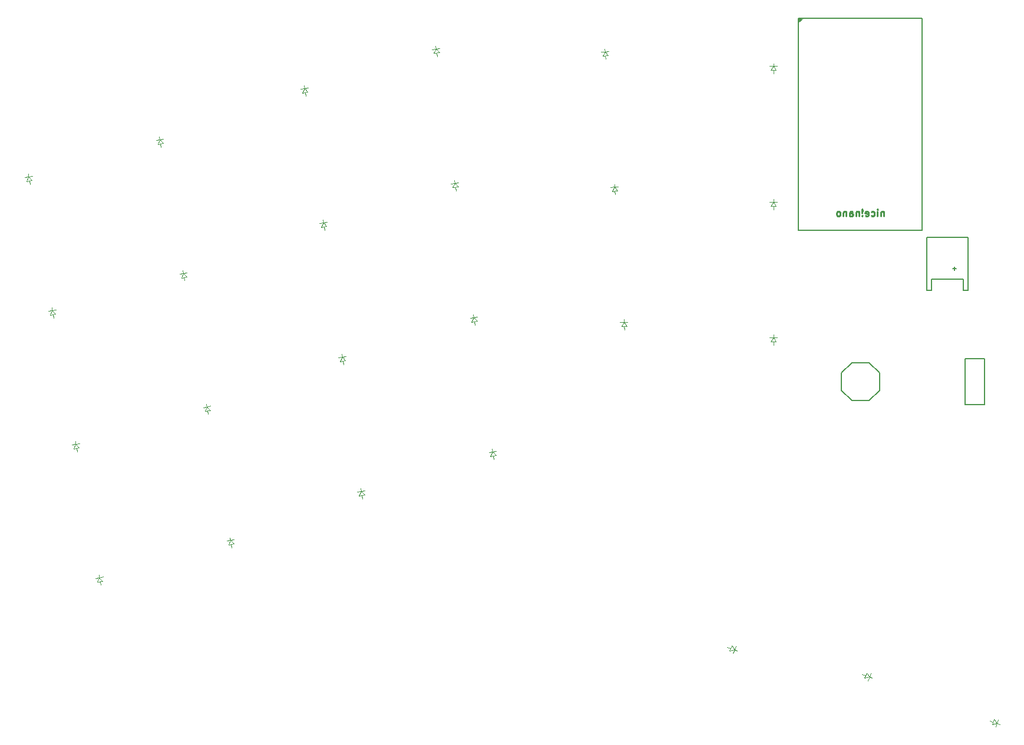
<source format=gbr>
%TF.GenerationSoftware,KiCad,Pcbnew,8.0.2*%
%TF.CreationDate,2024-05-17T16:06:01-05:00*%
%TF.ProjectId,janus,6a616e75-732e-46b6-9963-61645f706362,v1.0.0*%
%TF.SameCoordinates,Original*%
%TF.FileFunction,Legend,Bot*%
%TF.FilePolarity,Positive*%
%FSLAX46Y46*%
G04 Gerber Fmt 4.6, Leading zero omitted, Abs format (unit mm)*
G04 Created by KiCad (PCBNEW 8.0.2) date 2024-05-17 16:06:01*
%MOMM*%
%LPD*%
G01*
G04 APERTURE LIST*
%ADD10C,0.250000*%
%ADD11C,0.150000*%
%ADD12C,0.100000*%
%ADD13C,0.200000*%
G04 APERTURE END LIST*
D10*
X276146501Y-125442986D02*
X276146501Y-126109653D01*
X276146501Y-125538224D02*
X276098882Y-125490605D01*
X276098882Y-125490605D02*
X276003644Y-125442986D01*
X276003644Y-125442986D02*
X275860787Y-125442986D01*
X275860787Y-125442986D02*
X275765549Y-125490605D01*
X275765549Y-125490605D02*
X275717930Y-125585843D01*
X275717930Y-125585843D02*
X275717930Y-126109653D01*
X275241739Y-126109653D02*
X275241739Y-125442986D01*
X275241739Y-125109653D02*
X275289358Y-125157272D01*
X275289358Y-125157272D02*
X275241739Y-125204891D01*
X275241739Y-125204891D02*
X275194120Y-125157272D01*
X275194120Y-125157272D02*
X275241739Y-125109653D01*
X275241739Y-125109653D02*
X275241739Y-125204891D01*
X274336978Y-126062034D02*
X274432216Y-126109653D01*
X274432216Y-126109653D02*
X274622692Y-126109653D01*
X274622692Y-126109653D02*
X274717930Y-126062034D01*
X274717930Y-126062034D02*
X274765549Y-126014414D01*
X274765549Y-126014414D02*
X274813168Y-125919176D01*
X274813168Y-125919176D02*
X274813168Y-125633462D01*
X274813168Y-125633462D02*
X274765549Y-125538224D01*
X274765549Y-125538224D02*
X274717930Y-125490605D01*
X274717930Y-125490605D02*
X274622692Y-125442986D01*
X274622692Y-125442986D02*
X274432216Y-125442986D01*
X274432216Y-125442986D02*
X274336978Y-125490605D01*
X273527454Y-126062034D02*
X273622692Y-126109653D01*
X273622692Y-126109653D02*
X273813168Y-126109653D01*
X273813168Y-126109653D02*
X273908406Y-126062034D01*
X273908406Y-126062034D02*
X273956025Y-125966795D01*
X273956025Y-125966795D02*
X273956025Y-125585843D01*
X273956025Y-125585843D02*
X273908406Y-125490605D01*
X273908406Y-125490605D02*
X273813168Y-125442986D01*
X273813168Y-125442986D02*
X273622692Y-125442986D01*
X273622692Y-125442986D02*
X273527454Y-125490605D01*
X273527454Y-125490605D02*
X273479835Y-125585843D01*
X273479835Y-125585843D02*
X273479835Y-125681081D01*
X273479835Y-125681081D02*
X273956025Y-125776319D01*
X273051263Y-126014414D02*
X273003644Y-126062034D01*
X273003644Y-126062034D02*
X273051263Y-126109653D01*
X273051263Y-126109653D02*
X273098882Y-126062034D01*
X273098882Y-126062034D02*
X273051263Y-126014414D01*
X273051263Y-126014414D02*
X273051263Y-126109653D01*
X273051263Y-125728700D02*
X273098882Y-125157272D01*
X273098882Y-125157272D02*
X273051263Y-125109653D01*
X273051263Y-125109653D02*
X273003644Y-125157272D01*
X273003644Y-125157272D02*
X273051263Y-125728700D01*
X273051263Y-125728700D02*
X273051263Y-125109653D01*
X272575073Y-125442986D02*
X272575073Y-126109653D01*
X272575073Y-125538224D02*
X272527454Y-125490605D01*
X272527454Y-125490605D02*
X272432216Y-125442986D01*
X272432216Y-125442986D02*
X272289359Y-125442986D01*
X272289359Y-125442986D02*
X272194121Y-125490605D01*
X272194121Y-125490605D02*
X272146502Y-125585843D01*
X272146502Y-125585843D02*
X272146502Y-126109653D01*
X271241740Y-126109653D02*
X271241740Y-125585843D01*
X271241740Y-125585843D02*
X271289359Y-125490605D01*
X271289359Y-125490605D02*
X271384597Y-125442986D01*
X271384597Y-125442986D02*
X271575073Y-125442986D01*
X271575073Y-125442986D02*
X271670311Y-125490605D01*
X271241740Y-126062034D02*
X271336978Y-126109653D01*
X271336978Y-126109653D02*
X271575073Y-126109653D01*
X271575073Y-126109653D02*
X271670311Y-126062034D01*
X271670311Y-126062034D02*
X271717930Y-125966795D01*
X271717930Y-125966795D02*
X271717930Y-125871557D01*
X271717930Y-125871557D02*
X271670311Y-125776319D01*
X271670311Y-125776319D02*
X271575073Y-125728700D01*
X271575073Y-125728700D02*
X271336978Y-125728700D01*
X271336978Y-125728700D02*
X271241740Y-125681081D01*
X270765549Y-125442986D02*
X270765549Y-126109653D01*
X270765549Y-125538224D02*
X270717930Y-125490605D01*
X270717930Y-125490605D02*
X270622692Y-125442986D01*
X270622692Y-125442986D02*
X270479835Y-125442986D01*
X270479835Y-125442986D02*
X270384597Y-125490605D01*
X270384597Y-125490605D02*
X270336978Y-125585843D01*
X270336978Y-125585843D02*
X270336978Y-126109653D01*
X269717930Y-126109653D02*
X269813168Y-126062034D01*
X269813168Y-126062034D02*
X269860787Y-126014414D01*
X269860787Y-126014414D02*
X269908406Y-125919176D01*
X269908406Y-125919176D02*
X269908406Y-125633462D01*
X269908406Y-125633462D02*
X269860787Y-125538224D01*
X269860787Y-125538224D02*
X269813168Y-125490605D01*
X269813168Y-125490605D02*
X269717930Y-125442986D01*
X269717930Y-125442986D02*
X269575073Y-125442986D01*
X269575073Y-125442986D02*
X269479835Y-125490605D01*
X269479835Y-125490605D02*
X269432216Y-125538224D01*
X269432216Y-125538224D02*
X269384597Y-125633462D01*
X269384597Y-125633462D02*
X269384597Y-125919176D01*
X269384597Y-125919176D02*
X269432216Y-126014414D01*
X269432216Y-126014414D02*
X269479835Y-126062034D01*
X269479835Y-126062034D02*
X269575073Y-126109653D01*
X269575073Y-126109653D02*
X269717930Y-126109653D01*
D11*
%TO.C,T1*%
X287789352Y-146610029D02*
X287789357Y-153210031D01*
X287789357Y-153210031D02*
X290639355Y-153210031D01*
X290639355Y-146610031D02*
X287789352Y-146610029D01*
X290639355Y-149910031D02*
X290639355Y-146610031D01*
X290639355Y-149910031D02*
X290639355Y-153210031D01*
X290639355Y-151860031D02*
X290639355Y-147960031D01*
%TO.C,B1*%
X270039353Y-148660045D02*
X270039354Y-151160040D01*
X271539354Y-147160040D02*
X270039353Y-148660045D01*
X271539359Y-152660041D02*
X270039354Y-151160040D01*
X274039349Y-147160039D02*
X271539354Y-147160040D01*
X274039349Y-147160039D02*
X275539354Y-148660040D01*
X274039354Y-152660040D02*
X271539359Y-152660041D01*
X274039354Y-152660040D02*
X275539355Y-151160035D01*
X275539354Y-148660040D02*
X275539355Y-151160035D01*
D12*
%TO.C,D20*%
X259889343Y-144160044D02*
X260289343Y-143560035D01*
X260289343Y-143160035D02*
X260289343Y-143560035D01*
X260289343Y-143560035D02*
X259739343Y-143560035D01*
X260289343Y-143560035D02*
X260689337Y-144160041D01*
X260289343Y-143560035D02*
X260839343Y-143560035D01*
X260289343Y-144160035D02*
X260289343Y-144660035D01*
X260689337Y-144160041D02*
X259889343Y-144160044D01*
%TO.C,D12*%
X192581566Y-108383728D02*
X192894169Y-107733898D01*
X192838500Y-107337791D02*
X192894169Y-107733898D01*
X192894169Y-107733898D02*
X192349522Y-107810443D01*
X192894169Y-107733898D02*
X193373781Y-108272396D01*
X192894169Y-107733898D02*
X193438817Y-107657353D01*
X192977673Y-108328059D02*
X193047260Y-108823193D01*
X193373781Y-108272396D02*
X192581566Y-108383728D01*
%TO.C,D23*%
X253997746Y-188613905D02*
X254271361Y-187862149D01*
X254134553Y-188238025D02*
X253664707Y-188067014D01*
X254271361Y-187862149D02*
X254698369Y-188443242D01*
X254698369Y-188443242D02*
X253997746Y-188613905D01*
X254698369Y-188443242D02*
X254510255Y-188960070D01*
X254698369Y-188443242D02*
X254886480Y-187926409D01*
X255074245Y-188580054D02*
X254698369Y-188443242D01*
%TO.C,D15*%
X214188144Y-122009282D02*
X214500747Y-121359452D01*
X214445078Y-120963345D02*
X214500747Y-121359452D01*
X214500747Y-121359452D02*
X213956100Y-121435997D01*
X214500747Y-121359452D02*
X214980359Y-121897950D01*
X214500747Y-121359452D02*
X215045395Y-121282907D01*
X214584251Y-121953613D02*
X214653838Y-122448747D01*
X214980359Y-121897950D02*
X214188144Y-122009282D01*
%TO.C,D19*%
X235724770Y-103084194D02*
X236081942Y-102457753D01*
X236054039Y-102058727D02*
X236081942Y-102457753D01*
X236081942Y-102457753D02*
X235533282Y-102496119D01*
X236081942Y-102457753D02*
X236522821Y-103028395D01*
X236081942Y-102457753D02*
X236630602Y-102419387D01*
X236123796Y-103056291D02*
X236158675Y-103555073D01*
X236522821Y-103028395D02*
X235724770Y-103084194D01*
%TO.C,D3*%
X156340112Y-140322950D02*
X156629846Y-139662606D01*
X156560387Y-139268683D02*
X156629846Y-139662606D01*
X156629846Y-139662606D02*
X156088202Y-139758113D01*
X156629846Y-139662606D02*
X157127956Y-140184032D01*
X156629846Y-139662606D02*
X157171490Y-139567100D01*
X156734035Y-140253491D02*
X156820859Y-140745895D01*
X157127956Y-140184032D02*
X156340112Y-140322950D01*
%TO.C,D25*%
X291707448Y-199202464D02*
X291981070Y-198450713D01*
X291844260Y-198826590D02*
X291374416Y-198655579D01*
X291981070Y-198450713D02*
X292408077Y-199031802D01*
X292408077Y-199031802D02*
X291707448Y-199202464D01*
X292408077Y-199031802D02*
X292219966Y-199548633D01*
X292408077Y-199031802D02*
X292596188Y-198514971D01*
X292783954Y-199168611D02*
X292408077Y-199031802D01*
%TO.C,D5*%
X181968845Y-173374693D02*
X182258579Y-172714349D01*
X182189120Y-172320426D02*
X182258579Y-172714349D01*
X182258579Y-172714349D02*
X181716935Y-172809856D01*
X182258579Y-172714349D02*
X182756689Y-173235775D01*
X182258579Y-172714349D02*
X182800223Y-172618843D01*
X182362768Y-173305234D02*
X182449592Y-173797638D01*
X182756689Y-173235775D02*
X181968845Y-173374693D01*
%TO.C,D11*%
X195295435Y-127693944D02*
X195608038Y-127044114D01*
X195552369Y-126648007D02*
X195608038Y-127044114D01*
X195608038Y-127044114D02*
X195063391Y-127120659D01*
X195608038Y-127044114D02*
X196087650Y-127582612D01*
X195608038Y-127044114D02*
X196152686Y-126967569D01*
X195691542Y-127638275D02*
X195761129Y-128133409D01*
X196087650Y-127582612D02*
X195295435Y-127693944D01*
%TO.C,D7*%
X175196562Y-134967189D02*
X175486296Y-134306845D01*
X175416837Y-133912922D02*
X175486296Y-134306845D01*
X175486296Y-134306845D02*
X174944652Y-134402352D01*
X175486296Y-134306845D02*
X175984406Y-134828271D01*
X175486296Y-134306845D02*
X176027940Y-134211339D01*
X175590485Y-134897730D02*
X175677309Y-135390134D01*
X175984406Y-134828271D02*
X175196562Y-134967189D01*
D11*
%TO.C,JST1*%
X282339342Y-129160031D02*
X282339342Y-136760031D01*
X282339342Y-136760031D02*
X283039342Y-136760031D01*
X283039341Y-135160031D02*
X287539340Y-135160023D01*
X283039342Y-136760031D02*
X283039341Y-135160031D01*
X286289342Y-133910031D02*
X286289342Y-133410031D01*
X286539342Y-133660031D02*
X286039342Y-133660031D01*
X287539340Y-135160023D02*
X287539342Y-136760031D01*
X287539342Y-136760031D02*
X288239341Y-136760025D01*
X288239341Y-136760025D02*
X288239342Y-129160031D01*
X288239342Y-129160031D02*
X282339342Y-129160031D01*
D12*
%TO.C,D9*%
X200723189Y-166314405D02*
X201035792Y-165664575D01*
X200980123Y-165268468D02*
X201035792Y-165664575D01*
X201035792Y-165664575D02*
X200491145Y-165741120D01*
X201035792Y-165664575D02*
X201515404Y-166203073D01*
X201035792Y-165664575D02*
X201580440Y-165588030D01*
X201119296Y-166258736D02*
X201188883Y-166753870D01*
X201515404Y-166203073D02*
X200723189Y-166314405D01*
%TO.C,D17*%
X238445286Y-141989192D02*
X238802458Y-141362751D01*
X238774555Y-140963725D02*
X238802458Y-141362751D01*
X238802458Y-141362751D02*
X238253798Y-141401117D01*
X238802458Y-141362751D02*
X239243337Y-141933393D01*
X238802458Y-141362751D02*
X239351118Y-141324385D01*
X238844312Y-141961289D02*
X238879191Y-142460071D01*
X239243337Y-141933393D02*
X238445286Y-141989192D01*
%TO.C,D21*%
X259889345Y-124660041D02*
X260289345Y-124060032D01*
X260289345Y-123660032D02*
X260289345Y-124060032D01*
X260289345Y-124060032D02*
X259739345Y-124060032D01*
X260289345Y-124060032D02*
X260689339Y-124660038D01*
X260289345Y-124060032D02*
X260839345Y-124060032D01*
X260289345Y-124660032D02*
X260289345Y-125160032D01*
X260689339Y-124660038D02*
X259889345Y-124660041D01*
%TO.C,MCU1*%
X264534359Y-97670034D02*
X263899359Y-98305029D01*
X263899357Y-97665038D01*
X264534359Y-97670034D01*
G36*
X264534359Y-97670034D02*
G01*
X263899359Y-98305029D01*
X263899357Y-97665038D01*
X264534359Y-97670034D01*
G37*
D13*
X281679361Y-128155030D02*
X263899357Y-128155034D01*
X263899357Y-97665038D01*
X281679361Y-97665034D01*
X281679361Y-128155030D01*
D12*
%TO.C,D2*%
X159726249Y-159526695D02*
X160015983Y-158866351D01*
X159946524Y-158472428D02*
X160015983Y-158866351D01*
X160015983Y-158866351D02*
X159474339Y-158961858D01*
X160015983Y-158866351D02*
X160514093Y-159387777D01*
X160015983Y-158866351D02*
X160557627Y-158770845D01*
X160120172Y-159457236D02*
X160206996Y-159949640D01*
X160514093Y-159387777D02*
X159726249Y-159526695D01*
%TO.C,D6*%
X178582697Y-154170945D02*
X178872431Y-153510601D01*
X178802972Y-153116678D02*
X178872431Y-153510601D01*
X178872431Y-153510601D02*
X178330787Y-153606108D01*
X178872431Y-153510601D02*
X179370541Y-154032027D01*
X178872431Y-153510601D02*
X179414075Y-153415095D01*
X178976620Y-154101486D02*
X179063444Y-154593890D01*
X179370541Y-154032027D02*
X178582697Y-154170945D01*
%TO.C,D10*%
X198009316Y-147004191D02*
X198321919Y-146354361D01*
X198266250Y-145958254D02*
X198321919Y-146354361D01*
X198321919Y-146354361D02*
X197777272Y-146430906D01*
X198321919Y-146354361D02*
X198801531Y-146892859D01*
X198321919Y-146354361D02*
X198866567Y-146277816D01*
X198405423Y-146948522D02*
X198475010Y-147443656D01*
X198801531Y-146892859D02*
X198009316Y-147004191D01*
%TO.C,D1*%
X163112376Y-178730451D02*
X163402110Y-178070107D01*
X163332651Y-177676184D02*
X163402110Y-178070107D01*
X163402110Y-178070107D02*
X162860466Y-178165614D01*
X163402110Y-178070107D02*
X163900220Y-178591533D01*
X163402110Y-178070107D02*
X163943754Y-177974601D01*
X163506299Y-178660992D02*
X163593123Y-179153396D01*
X163900220Y-178591533D02*
X163112376Y-178730451D01*
%TO.C,D24*%
X273383436Y-192533073D02*
X273657058Y-191781322D01*
X273520248Y-192157199D02*
X273050404Y-191986188D01*
X273657058Y-191781322D02*
X274084065Y-192362411D01*
X274084065Y-192362411D02*
X273383436Y-192533073D01*
X274084065Y-192362411D02*
X273895954Y-192879242D01*
X274084065Y-192362411D02*
X274272176Y-191845580D01*
X274459942Y-192499220D02*
X274084065Y-192362411D01*
%TO.C,D22*%
X259889346Y-105160042D02*
X260289346Y-104560033D01*
X260289346Y-104160033D02*
X260289346Y-104560033D01*
X260289346Y-104560033D02*
X259739346Y-104560033D01*
X260289346Y-104560033D02*
X260689340Y-105160039D01*
X260289346Y-104560033D02*
X260839346Y-104560033D01*
X260289346Y-105160033D02*
X260289346Y-105660033D01*
X260689340Y-105160039D02*
X259889346Y-105160042D01*
%TO.C,D4*%
X152953966Y-121119197D02*
X153243700Y-120458853D01*
X153174241Y-120064930D02*
X153243700Y-120458853D01*
X153243700Y-120458853D02*
X152702056Y-120554360D01*
X153243700Y-120458853D02*
X153741810Y-120980279D01*
X153243700Y-120458853D02*
X153785344Y-120363347D01*
X153347889Y-121049738D02*
X153434713Y-121542142D01*
X153741810Y-120980279D02*
X152953966Y-121119197D01*
%TO.C,D8*%
X171810427Y-115763437D02*
X172100161Y-115103093D01*
X172030702Y-114709170D02*
X172100161Y-115103093D01*
X172100161Y-115103093D02*
X171558517Y-115198600D01*
X172100161Y-115103093D02*
X172598271Y-115624519D01*
X172100161Y-115103093D02*
X172641805Y-115007587D01*
X172204350Y-115693978D02*
X172291174Y-116186382D01*
X172598271Y-115624519D02*
X171810427Y-115763437D01*
%TO.C,D13*%
X219615889Y-160629733D02*
X219928492Y-159979903D01*
X219872823Y-159583796D02*
X219928492Y-159979903D01*
X219928492Y-159979903D02*
X219383845Y-160056448D01*
X219928492Y-159979903D02*
X220408104Y-160518401D01*
X219928492Y-159979903D02*
X220473140Y-159903358D01*
X220011996Y-160574064D02*
X220081583Y-161069198D01*
X220408104Y-160518401D02*
X219615889Y-160629733D01*
%TO.C,D16*%
X211474270Y-102699048D02*
X211786873Y-102049218D01*
X211731204Y-101653111D02*
X211786873Y-102049218D01*
X211786873Y-102049218D02*
X211242226Y-102125763D01*
X211786873Y-102049218D02*
X212266485Y-102587716D01*
X211786873Y-102049218D02*
X212331521Y-101972673D01*
X211870377Y-102643379D02*
X211939964Y-103138513D01*
X212266485Y-102587716D02*
X211474270Y-102699048D01*
%TO.C,D14*%
X216902011Y-141319507D02*
X217214614Y-140669677D01*
X217158945Y-140273570D02*
X217214614Y-140669677D01*
X217214614Y-140669677D02*
X216669967Y-140746222D01*
X217214614Y-140669677D02*
X217694226Y-141208175D01*
X217214614Y-140669677D02*
X217759262Y-140593132D01*
X217298118Y-141263838D02*
X217367705Y-141758972D01*
X217694226Y-141208175D02*
X216902011Y-141319507D01*
%TO.C,D18*%
X237085033Y-122536689D02*
X237442205Y-121910248D01*
X237414302Y-121511222D02*
X237442205Y-121910248D01*
X237442205Y-121910248D02*
X236893545Y-121948614D01*
X237442205Y-121910248D02*
X237883084Y-122480890D01*
X237442205Y-121910248D02*
X237990865Y-121871882D01*
X237484059Y-122508786D02*
X237518938Y-123007568D01*
X237883084Y-122480890D02*
X237085033Y-122536689D01*
%TD*%
M02*

</source>
